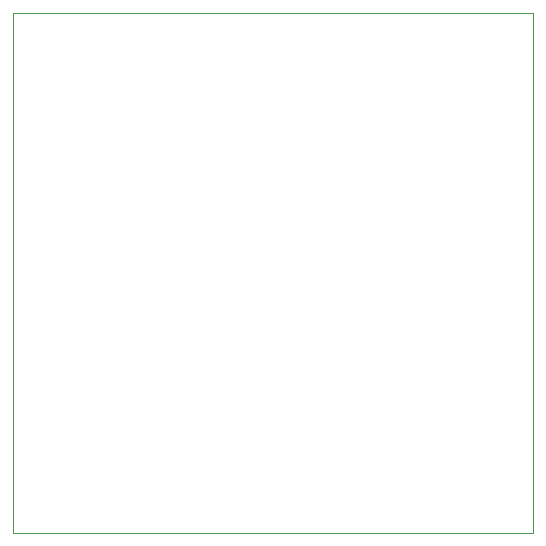
<source format=gm1>
%TF.GenerationSoftware,KiCad,Pcbnew,8.0.8*%
%TF.CreationDate,2025-02-13T16:24:07+00:00*%
%TF.ProjectId,ec30_4x4_jacplane_0.1,65633330-5f34-4783-945f-6a6163706c61,v0.1*%
%TF.SameCoordinates,PX8b3c880PY623a7c0*%
%TF.FileFunction,Profile,NP*%
%FSLAX46Y46*%
G04 Gerber Fmt 4.6, Leading zero omitted, Abs format (unit mm)*
G04 Created by KiCad (PCBNEW 8.0.8) date 2025-02-13 16:24:07*
%MOMM*%
%LPD*%
G01*
G04 APERTURE LIST*
%TA.AperFunction,Profile*%
%ADD10C,0.050000*%
%TD*%
G04 APERTURE END LIST*
D10*
X-22000000Y22000000D02*
X22000000Y22000000D01*
X22000000Y-22000000D01*
X-22000000Y-22000000D01*
X-22000000Y22000000D01*
M02*

</source>
